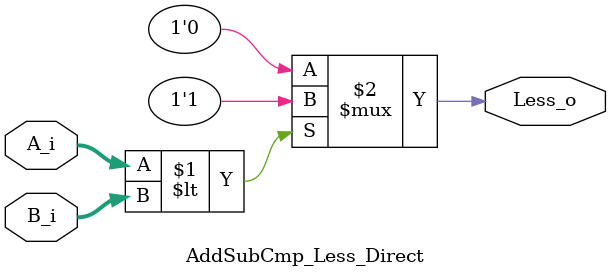
<source format=v>
module AddSubCmp_Less (
  input[15:0] A_i,
  input[15:0] B_i,
  output Less_o
);

  wire [15:0] D_s;
  wire        Carry_s;
  wire        Zero_s;
  wire        Sign_s;
  wire        Overflow_s;

  AddSubCmp ThisAddSubCmp (
    .AddOrSub_i(1'b1),
    .A_i       (B_i),
    .B_i       (A_i),
    .D_o       (D_s),
    .Carry_i   (1'b0),
    .Carry_o   (Carry_s),
    .Zero_o    (Zero_s),
    .Sign_o    (Sign_s),
    .Overflow_o(Overflow_s)
  );

  assign Less_o = Carry_s & ~Zero_s;

endmodule // AddSubCmp_Less

module AddSubCmp_Less_Direct (
  input[15:0] A_i,
  input[15:0] B_i,
  output Less_o
);

  assign Less_o = (A_i < B_i) ? 1'b1 : 1'b0;

endmodule // AddSubCmp_Less

</source>
